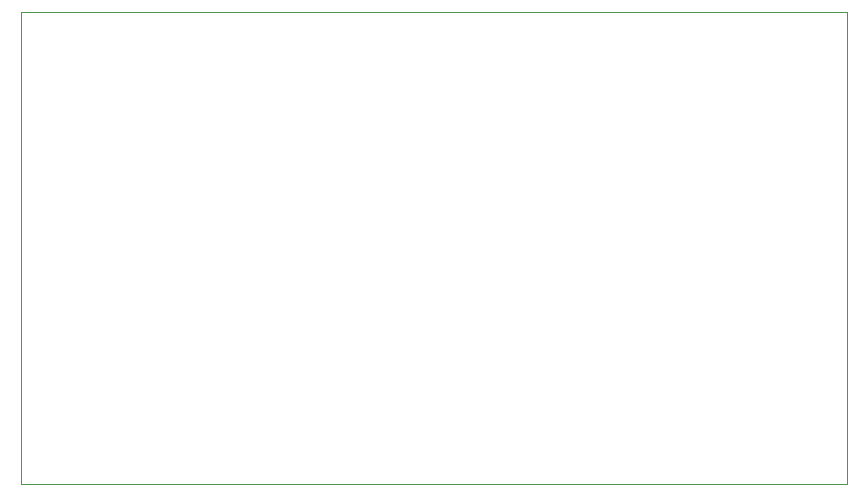
<source format=gbr>
%FSLAX34Y34*%
%MOMM*%
%LNOUTLINE*%
G71*
G01*
%ADD10C,0.002*%
%LPD*%
G54D10*
X-217646Y339759D02*
X482354Y339759D01*
X482354Y-60241D01*
X-217646Y-60241D01*
X-217646Y339759D01*
M02*

</source>
